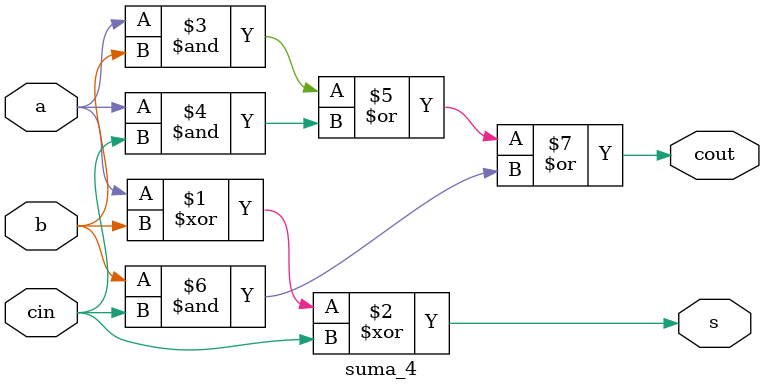
<source format=v>
`timescale 1ns / 1ps
module suma_4(input a,b,cin, output s,cout);

assign s = a ^ b ^ cin;
assign cout = a & b | a & cin | b & cin;


endmodule

</source>
